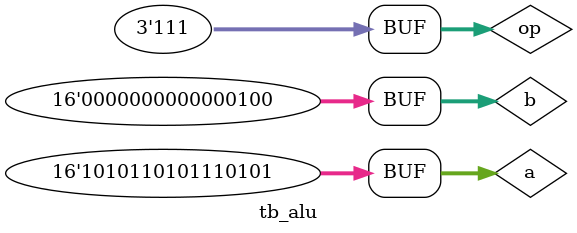
<source format=sv>
`ifndef TB_ALU
`define TB_ALU

`timescale 1ns/100ps
`include "alu.sv"

module tb_alu;
    parameter n = 16;

    logic [(n-1):0] a, b, s;
    logic [2:0] op;
    logic Zero;

    initial begin
	$dumpfile("alu.vcd");
        $dumpvars(0, uut);
        $monitor("a = %b b = %b op = %b, s = %b, zero = %b", a, b, op, s, Zero);
    end

    initial begin
        //testing op 000
	a <= 16'b0000000000000000;
	b <= 16'b0000000000000000;
	op <= 3'b000;

	#10 a <= 16'b1111111111111111;
	b <= 16'b0011101001001100;

	#10 a <= 16'b0000000000000000;
	#10 a <= 16'b1101010001011101;
        
	//testing op 001
	#10 a <= 16'b0000000000000000;
	b <= 16'b0000000000000000;
	op <= 3'b001;

	#10 a <= 16'b1111111111111111;
	b <= 16'b0011101001001100;

	#10 a <= 16'b0000000000000000;
	#10 a <= 16'b1101010001011101;

        //testing op 010
	#10 a <= 16'b0000000000000000;
	b <= 16'b0000000000000000;
	op <= 3'b010;

	#10 a <= 16'b1111111111111111;
	b <= 16'b0011101001001100;

	#10 a <= 16'b0000000000000000;
	#10 a <= 16'b1101010001011101;

        //testing op 011
	#10 a <= 16'b0000000000000000;
	b <= 16'b0000000000000000;
	op <= 3'b011;

	#10 a <= 16'b1111111111111111;
	b <= 16'b0011101001001100;

	#10 a <= 16'b0000000000000000;
	#10 a <= 16'b1101010001011101;

	//testing op 100
	#10 a <= 16'b0111111111111111;
	b <= 16'b0110001111001101;
	op <= 3'b100;

	#10 a <= 16'b0000000000011011;
	b <= 16'b1111111111111111;

	#10 a <= 16'b1111111111111111;
	b <= 16'b1010001110010010;

	#10 a <= 16'b1010101010101010;
	b <= 16'b1010101010101010;

	//testing op 101
	#10 a <= 16'b0111111111111111;
	b <= 16'b0110001111001101;
	op <= 3'b101;

	#10 a <= 16'b0000000000011011;
	b <= 16'b1111111111111111;

	#10 a <= 16'b1111111111111111;
	b <= 16'b1010001110010010;

	#10 a <= 16'b0000000000000011;
	b <= 16'b1111111111111101;

	//testing op 110
	#10 a <= 16'b0000000000000011;
	b <= 16'b0000000000000010;
	op <= 3'b110;

	#10 a <= 16'b0011100010100101;
	b <= 16'b0100101010010011;

	#10 a <= 16'b1111111111111111;
	b <= 16'b0000000000000001;

	#10 a <= 16'b0000000010101111;
	b <= 16'b1000100101101010;

	//testing op 111
	#10 a <= 16'b0101010111110011;
	b <= 16'b0000000000000111;
	op <= 3'b111;

	#10 a <= 16'b1111111111111111;
	b <= 16'b0000000000000001;
	
	#10 a <= 16'b0101000010010110;
	b <= 16'b0000000000001001;

	#10 a <= 16'b1010110101110101;
	b <= 16'b0000000000000100;

    end

    alu uut(.srca(a), .srcb(b), .opcode(op), .out(s), .zero(Zero));

endmodule
`endif // TB_ALU

</source>
